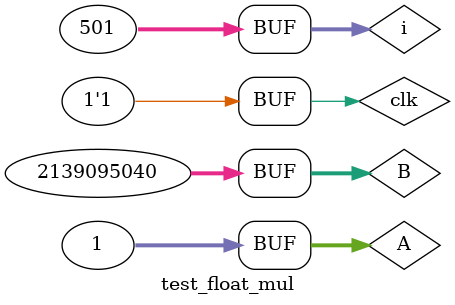
<source format=v>
`timescale 1ns / 1ps


module test_float_mul;

	// Inputs
	reg clk;
	reg [31:0] A;
	reg [31:0] B;

	// Outputs
	wire [31:0] S;
	wire [31:0] ans;
	wire [31:0] ch;
	wire [31:0] m;
	wire [31:0] m1;
	wire [31:0] m2;
	wire [31:0] e;
	wire flag;
	wire oldflag;
	wire overflow;

	// Instantiate the Unit Under Test (UUT)
	float_mul uut (
		.clk(clk), 
		.A(A), 
		.B(B), 
		.S(S),
/*		.ans(ans),
		.counthigh(ch),
		.m(m),
		.m1(m1),
		.m2(m1),
		.flag(flag),
		.oldflag(oldflag)
		*/
		.overflow(overflow),
		.e(e)
	);
	integer i;

	initial begin
		// Initialize Inputs
		clk = 0;
		A = 32'h1;
		B = 32'h7f800000;

		// Wait 100 ns for global reset to finish
		#100;
        
		// Add stimulus here
		for(i=0;i<=500;i=i+1)
		begin
			clk=~clk;
			#100;
		end

	end
      
endmodule


</source>
